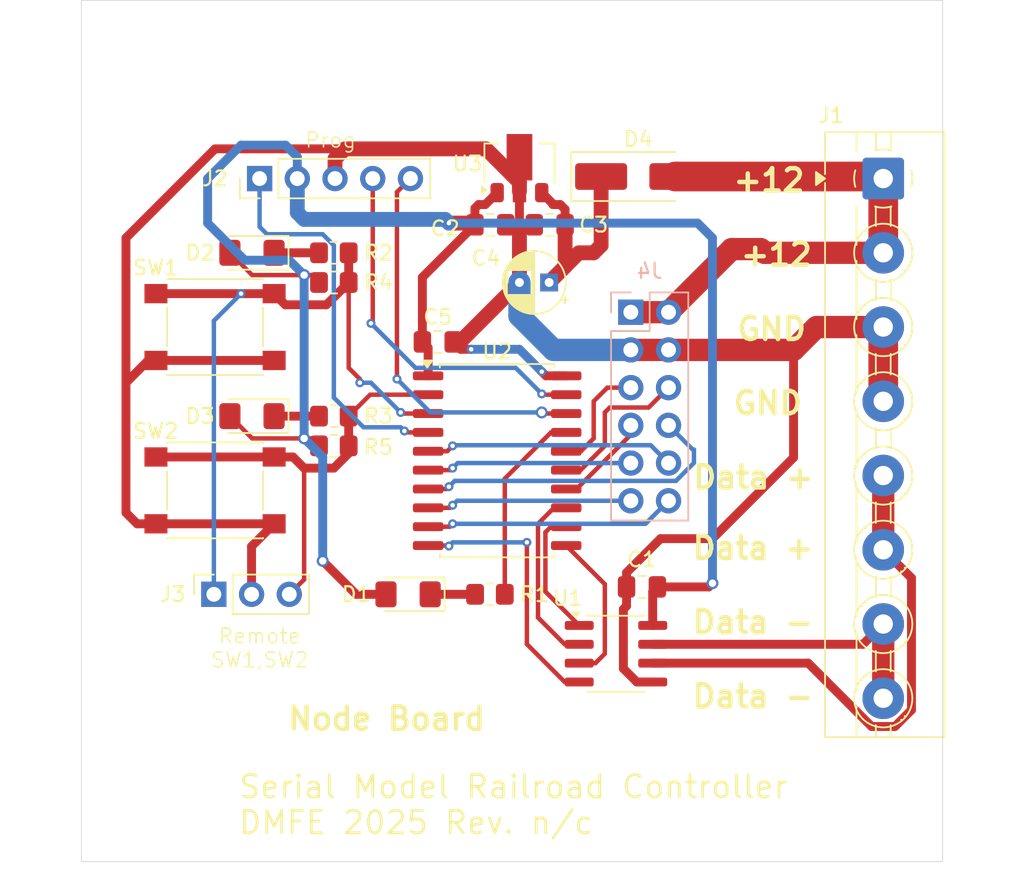
<source format=kicad_pcb>
(kicad_pcb (version 20241229) (generator "pcbnew") (generator_version "9.0")
  (title_block (title "Serial Model Railroad Control") (date "2025-03-23") (rev "n/c") (company "DMFE") (comment 1 "Remote Mother Board"))
  (layers (0 "F.Cu" signal) (2 "B.Cu" signal) (13 "F.Paste" user) (15 "B.Paste" user) (5 "F.SilkS" user "F.Silkscreen") (7 "B.SilkS" user "B.Silkscreen") (1 "F.Mask" user) (3 "B.Mask" user) (25 "Edge.Cuts" user))
  (net 0 "")
  (net 1 "+5V")
  (net 2 "GND")
  (net 3 "+12V")
  (net 4 "Net-(D1-K)")
  (net 5 "Net-(D2-K)")
  (net 6 "Net-(D3-K)")
  (net 7 "Net-(J1-Pin_7)")
  (net 8 "Net-(J1-Pin_5)")
  (net 9 "Net-(J2-Pin_5)")
  (net 10 "Net-(J2-Pin_1)")
  (net 11 "Net-(J2-Pin_4)")
  (net 12 "Net-(J3-Pin_1)")
  (net 13 "Net-(J3-Pin_3)")
  (net 14 "Net-(J4-Pin_9)")
  (net 15 "Net-(J4-Pin_11)")
  (net 16 "Net-(J4-Pin_12)")
  (net 17 "Net-(J4-Pin_7)")
  (net 18 "Net-(J4-Pin_10)")
  (net 19 "Net-(J4-Pin_8)")
  (net 20 "Net-(J4-Pin_6)")
  (net 21 "Net-(J4-Pin_5)")
  (net 22 "Net-(U2-RA2)")
  (net 23 "Net-(U1-DE)")
  (net 24 "Net-(U1-RO)")
  (net 25 "Net-(U1-DI)")
  (net 26 "Net-(U1-~{RE})")
  (net 27 "Net-(D4-K)")
  (footprint "Button_Switch_SMD:SW_SPST_PTS645" (layer "F.Cu") (at 132 71 180)
    (property "Reference" "SW2" (at 4 4 0) (layer "F.SilkS"))
    (property "Value" "SW_Push")
    (pad "1" smd rect (at -3.98 -2.25 180) (size 1.55 1.3) (layers "F.Cu" "F.Mask" "F.Paste") (net 2 "GND"))
    (pad "1" smd rect (at 3.98 -2.25 180) (size 1.55 1.3) (layers "F.Cu" "F.Mask" "F.Paste") (net 2 "GND"))
    (pad "2" smd rect (at -3.98 2.25 180) (size 1.55 1.3) (layers "F.Cu" "F.Mask" "F.Paste") (net 13 "Net-(J3-Pin_3)"))
    (pad "2" smd rect (at 3.98 2.25 180) (size 1.55 1.3) (layers "F.Cu" "F.Mask" "F.Paste") (net 13 "Net-(J3-Pin_3)"))
  )
  (footprint "Capacitor_SMD:C_0805_2012Metric_Pad1.18x1.45mm_HandSolder" (layer "F.Cu") (at 147 61)
    (property "Reference" "C5" (at 0 -1.68 0) (layer "F.SilkS"))
    (property "Value" "0.1uf")
    (pad "1" smd roundrect (at -1.0375 0) (size 1.175 1.45) (layers "F.Cu" "F.Mask" "F.Paste") (roundrect_rratio 0.212766) (net 1 "+5V"))
    (pad "2" smd roundrect (at 1.0375 0) (size 1.175 1.45) (layers "F.Cu" "F.Mask" "F.Paste") (roundrect_rratio 0.212766) (net 2 "GND"))
  )
  (footprint "Capacitor_SMD:C_0805_2012Metric_Pad1.18x1.45mm_HandSolder" (layer "F.Cu") (at 154.5375 53.1125 180)
    (property "Reference" "C3" (at -2.9625 0 0) (layer "F.SilkS"))
    (property "Value" "0.1uf")
    (pad "1" smd roundrect (at -1.0375 0 180) (size 1.175 1.45) (layers "F.Cu" "F.Mask" "F.Paste") (roundrect_rratio 0.212766) (net 27 "Net-(D4-K)"))
    (pad "2" smd roundrect (at 1.0375 0 180) (size 1.175 1.45) (layers "F.Cu" "F.Mask" "F.Paste") (roundrect_rratio 0.212766) (net 2 "GND"))
  )
  (footprint "Package_SO:SOIC-8_3.9x4.9mm_P1.27mm" (layer "F.Cu") (at 159 82)
    (property "Reference" "U1" (at -3.25 -3.75 0) (layer "F.SilkS"))
    (property "Value" "THVD1500")
    (pad "1" smd roundrect (at -2.475 -1.905) (size 1.95 0.6) (layers "F.Cu" "F.Mask" "F.Paste") (net 24 "Net-(U1-RO)"))
    (pad "2" smd roundrect (at -2.475 -0.635) (size 1.95 0.6) (layers "F.Cu" "F.Mask" "F.Paste") (net 26 "Net-(U1-~{RE})"))
    (pad "3" smd roundrect (at -2.475 0.635) (size 1.95 0.6) (layers "F.Cu" "F.Mask" "F.Paste") (net 23 "Net-(U1-DE)"))
    (pad "4" smd roundrect (at -2.475 1.905) (size 1.95 0.6) (layers "F.Cu" "F.Mask" "F.Paste") (net 25 "Net-(U1-DI)"))
    (pad "5" smd roundrect (at 2.475 1.905) (size 1.95 0.6) (layers "F.Cu" "F.Mask" "F.Paste") (net 2 "GND"))
    (pad "6" smd roundrect (at 2.475 0.635) (size 1.95 0.6) (layers "F.Cu" "F.Mask" "F.Paste") (net 8 "Net-(J1-Pin_5)"))
    (pad "7" smd roundrect (at 2.475 -0.635) (size 1.95 0.6) (layers "F.Cu" "F.Mask" "F.Paste") (net 7 "Net-(J1-Pin_7)"))
    (pad "8" smd roundrect (at 2.475 -1.905) (size 1.95 0.6) (layers "F.Cu" "F.Mask" "F.Paste") (net 1 "+5V"))
  )
  (footprint "Resistor_SMD:R_0805_2012Metric_Pad1.20x1.40mm_HandSolder" (layer "F.Cu") (at 150.5125 78)
    (property "Reference" "R1" (at 3 0 0) (layer "F.SilkS"))
    (property "Value" "1K0")
    (pad "1" smd roundrect (at -1 0) (size 1.2 1.4) (layers "F.Cu" "F.Mask" "F.Paste") (roundrect_rratio 0.208333) (net 4 "Net-(D1-K)"))
    (pad "2" smd roundrect (at 1 0) (size 1.2 1.4) (layers "F.Cu" "F.Mask" "F.Paste") (roundrect_rratio 0.208333) (net 22 "Net-(U2-RA2)"))
  )
  (footprint "Resistor_SMD:R_0805_2012Metric_Pad1.20x1.40mm_HandSolder" (layer "F.Cu") (at 140 55)
    (property "Reference" "R2" (at 3 0 0) (layer "F.SilkS"))
    (property "Value" "1K0")
    (pad "1" smd roundrect (at -1 0) (size 1.2 1.4) (layers "F.Cu" "F.Mask" "F.Paste") (roundrect_rratio 0.208333) (net 5 "Net-(D2-K)"))
    (pad "2" smd roundrect (at 1 0) (size 1.2 1.4) (layers "F.Cu" "F.Mask" "F.Paste") (roundrect_rratio 0.208333) (net 12 "Net-(J3-Pin_1)"))
  )
  (footprint "Button_Switch_SMD:SW_SPST_PTS645" (layer "F.Cu") (at 132 60 180)
    (property "Reference" "SW1" (at 4 4 0) (layer "F.SilkS"))
    (property "Value" "SW_Push")
    (pad "1" smd rect (at -3.98 -2.25 180) (size 1.55 1.3) (layers "F.Cu" "F.Mask" "F.Paste") (net 2 "GND"))
    (pad "1" smd rect (at 3.98 -2.25 180) (size 1.55 1.3) (layers "F.Cu" "F.Mask" "F.Paste") (net 2 "GND"))
    (pad "2" smd rect (at -3.98 2.25 180) (size 1.55 1.3) (layers "F.Cu" "F.Mask" "F.Paste") (net 12 "Net-(J3-Pin_1)"))
    (pad "2" smd rect (at 3.98 2.25 180) (size 1.55 1.3) (layers "F.Cu" "F.Mask" "F.Paste") (net 12 "Net-(J3-Pin_1)"))
  )
  (footprint "MountingHole:MountingHole_3.2mm_M3" (layer "F.Cu") (at 127 42)
    (property "Reference" "H4" (hide yes))
    (property "Value" "MountingHole_3.2mm_M3")
    (pad "" np_thru_hole circle (at 0 0) (size 3.2 3.2) (drill 3.2) (layers "*.Cu" "*.Mask"))
  )
  (footprint "Capacitor_SMD:C_0805_2012Metric_Pad1.18x1.45mm_HandSolder" (layer "F.Cu") (at 150.5375 53.1125)
    (property "Reference" "C2" (at -3.0375 0.25 0) (layer "F.SilkS"))
    (property "Value" "0.1uf")
    (pad "1" smd roundrect (at -1.0375 0) (size 1.175 1.45) (layers "F.Cu" "F.Mask" "F.Paste") (roundrect_rratio 0.212766) (net 1 "+5V"))
    (pad "2" smd roundrect (at 1.0375 0) (size 1.175 1.45) (layers "F.Cu" "F.Mask" "F.Paste") (roundrect_rratio 0.212766) (net 2 "GND"))
  )
  (footprint "Resistor_SMD:R_0805_2012Metric_Pad1.20x1.40mm_HandSolder" (layer "F.Cu") (at 140 66)
    (property "Reference" "R3" (at 3 -0.02 0) (layer "F.SilkS"))
    (property "Value" "1K0")
    (pad "1" smd roundrect (at -1 0) (size 1.2 1.4) (layers "F.Cu" "F.Mask" "F.Paste") (roundrect_rratio 0.208333) (net 6 "Net-(D3-K)"))
    (pad "2" smd roundrect (at 1 0) (size 1.2 1.4) (layers "F.Cu" "F.Mask" "F.Paste") (roundrect_rratio 0.208333) (net 13 "Net-(J3-Pin_3)"))
  )
  (footprint "Resistor_SMD:R_0805_2012Metric_Pad1.20x1.40mm_HandSolder" (layer "F.Cu") (at 140 68)
    (property "Reference" "R5" (at 3 0.08 0) (layer "F.SilkS"))
    (property "Value" "47K")
    (pad "1" smd roundrect (at -1 0) (size 1.2 1.4) (layers "F.Cu" "F.Mask" "F.Paste") (roundrect_rratio 0.208333) (net 1 "+5V"))
    (pad "2" smd roundrect (at 1 0) (size 1.2 1.4) (layers "F.Cu" "F.Mask" "F.Paste") (roundrect_rratio 0.208333) (net 13 "Net-(J3-Pin_3)"))
  )
  (footprint "Capacitor_SMD:C_0805_2012Metric_Pad1.18x1.45mm_HandSolder" (layer "F.Cu") (at 160.75 77.5 180)
    (property "Reference" "C1" (at 0.0125 1.845 0) (layer "F.SilkS"))
    (property "Value" "0.1uf")
    (pad "1" smd roundrect (at -1.0375 0 180) (size 1.175 1.45) (layers "F.Cu" "F.Mask" "F.Paste") (roundrect_rratio 0.212766) (net 1 "+5V"))
    (pad "2" smd roundrect (at 1.0375 0 180) (size 1.175 1.45) (layers "F.Cu" "F.Mask" "F.Paste") (roundrect_rratio 0.212766) (net 2 "GND"))
  )
  (footprint "Diode_SMD:D_1206_3216Metric_Pad1.42x1.75mm_HandSolder" (layer "F.Cu") (at 145 78 180)
    (property "Reference" "D1" (at 3.4875 0 0) (layer "F.SilkS"))
    (property "Value" "LED_Filled")
    (pad "1" smd roundrect (at -1.4875 0 180) (size 1.425 1.75) (layers "F.Cu" "F.Mask" "F.Paste") (roundrect_rratio 0.175439) (net 4 "Net-(D1-K)"))
    (pad "2" smd roundrect (at 1.4875 0 180) (size 1.425 1.75) (layers "F.Cu" "F.Mask" "F.Paste") (roundrect_rratio 0.175439) (net 1 "+5V"))
  )
  (footprint "TerminalBlock:TerminalBlock_MaiXu_MX126-5.0-08P_1x08_P5.00mm" (layer "F.Cu") (at 177 50 -90)
    (property "Reference" "J1" (at -4.25 3.5 180) (layer "F.SilkS"))
    (property "Value" "Conn_01x08_Socket")
    (pad "1" thru_hole roundrect (at 0 0 270) (size 2.8 2.8) (drill 1.3) (layers "*.Cu" "*.Mask") (roundrect_rratio 0.089286) (net 3 "+12V"))
    (pad "2" thru_hole circle (at 5 0 270) (size 2.8 2.8) (drill 1.3) (layers "*.Cu" "*.Mask") (net 3 "+12V"))
    (pad "3" thru_hole circle (at 10 0 270) (size 2.8 2.8) (drill 1.3) (layers "*.Cu" "*.Mask") (net 2 "GND"))
    (pad "4" thru_hole circle (at 15 0 270) (size 2.8 2.8) (drill 1.3) (layers "*.Cu" "*.Mask") (net 2 "GND"))
    (pad "5" thru_hole circle (at 20 0 270) (size 2.8 2.8) (drill 1.3) (layers "*.Cu" "*.Mask") (net 8 "Net-(J1-Pin_5)"))
    (pad "6" thru_hole circle (at 25 0 270) (size 2.8 2.8) (drill 1.3) (layers "*.Cu" "*.Mask") (net 8 "Net-(J1-Pin_5)"))
    (pad "7" thru_hole circle (at 30 0 270) (size 2.8 2.8) (drill 1.3) (layers "*.Cu" "*.Mask") (net 7 "Net-(J1-Pin_7)"))
    (pad "8" thru_hole circle (at 35 0 270) (size 2.8 2.8) (drill 1.3) (layers "*.Cu" "*.Mask") (net 7 "Net-(J1-Pin_7)"))
  )
  (footprint "Connector_PinHeader_2.54mm:PinHeader_1x05_P2.54mm_Vertical" (layer "F.Cu") (at 135 50 90)
    (property "Reference" "J2" (at 0 -3 180) (layer "F.SilkS"))
    (property "Value" "Conn_01x05")
    (pad "1" thru_hole rect (at 0 0 90) (size 1.7 1.7) (drill 1) (layers "*.Cu" "*.Mask") (net 10 "Net-(J2-Pin_1)"))
    (pad "2" thru_hole oval (at 0 2.54 90) (size 1.7 1.7) (drill 1) (layers "*.Cu" "*.Mask") (net 1 "+5V"))
    (pad "3" thru_hole oval (at 0 5.08 90) (size 1.7 1.7) (drill 1) (layers "*.Cu" "*.Mask") (net 2 "GND"))
    (pad "4" thru_hole oval (at 0 7.62 90) (size 1.7 1.7) (drill 1) (layers "*.Cu" "*.Mask") (net 11 "Net-(J2-Pin_4)"))
    (pad "5" thru_hole oval (at 0 10.16 90) (size 1.7 1.7) (drill 1) (layers "*.Cu" "*.Mask") (net 9 "Net-(J2-Pin_5)"))
  )
  (footprint "Diode_SMD:D_SMA_Handsoldering" (layer "F.Cu") (at 160.5 49.8625)
    (property "Reference" "D4" (at 0 -2.5 0) (layer "F.SilkS"))
    (property "Value" "SMA")
    (pad "1" smd roundrect (at -2.5 0) (size 3.5 1.8) (layers "F.Cu" "F.Mask" "F.Paste") (roundrect_rratio 0.1388888889) (net 27 "Net-(D4-K)"))
    (pad "2" smd roundrect (at 2.5 0) (size 3.5 1.8) (layers "F.Cu" "F.Mask" "F.Paste") (roundrect_rratio 0.1388888889) (net 3 "+12V"))
  )
  (footprint "Capacitor_THT:CP_Radial_D4.0mm_P2.00mm" (layer "F.Cu") (at 154.5 57 180)
    (property "Reference" "C4" (at 4.25 1.6375 0) (layer "F.SilkS"))
    (property "Value" "10uf")
    (pad "1" thru_hole rect (at 0 0 180) (size 1.2 1.2) (drill 0.6) (layers "*.Cu" "*.Mask") (net 27 "Net-(D4-K)"))
    (pad "2" thru_hole circle (at 2 0 180) (size 1.2 1.2) (drill 0.6) (layers "*.Cu" "*.Mask") (net 2 "GND"))
  )
  (footprint "MountingHole:MountingHole_3.2mm_M3" (layer "F.Cu") (at 177 42)
    (property "Reference" "H1" (hide yes))
    (property "Value" "MountingHole_3.2mm_M3")
    (pad "" np_thru_hole circle (at 0 0) (size 3.2 3.2) (drill 3.2) (layers "*.Cu" "*.Mask"))
  )
  (footprint "Connector_PinSocket_2.54mm:PinSocket_1x03_P2.54mm_Vertical" (layer "F.Cu") (at 131.92 78 90)
    (property "Reference" "J3" (at 0 -2.77 0) (layer "F.SilkS"))
    (property "Value" "Conn_01x03")
    (pad "1" thru_hole rect (at 0 0 90) (size 1.7 1.7) (drill 1) (layers "*.Cu" "*.Mask") (net 12 "Net-(J3-Pin_1)"))
    (pad "2" thru_hole oval (at 0 2.54 90) (size 1.7 1.7) (drill 1) (layers "*.Cu" "*.Mask") (net 2 "GND"))
    (pad "3" thru_hole oval (at 0 5.08 90) (size 1.7 1.7) (drill 1) (layers "*.Cu" "*.Mask") (net 13 "Net-(J3-Pin_3)"))
  )
  (footprint "Package_TO_SOT_SMD:SOT-89-3" (layer "F.Cu") (at 152.5 49 90)
    (property "Reference" "U3" (at 0 -3.5 180) (layer "F.SilkS"))
    (property "Value" "L78L05_SOT89")
    (pad "1" smd roundrect (at -1.95 -1.5 90) (size 1.3 0.9) (layers "F.Cu" "F.Mask" "F.Paste") (net 1 "+5V"))
    (pad "2" smd custom (at -1.8625 0 90) (size 1.475 0.9) (layers "F.Cu" "F.Mask" "F.Paste") (net 2 "GND") (options (clearance outline) (anchor rect)) (primitives (gr_poly (pts (xy 3.8625 0.8665) (xy 0.7375 0.8665) (xy 0.7375 -0.8665) (xy 3.8625 -0.8665)) (width 0) (fill yes))))
    (pad "3" smd roundrect (at -1.95 1.5 90) (size 1.3 0.9) (layers "F.Cu" "F.Mask" "F.Paste") (net 27 "Net-(D4-K)"))
  )
  (footprint "Diode_SMD:D_1206_3216Metric_Pad1.42x1.75mm_HandSolder" (layer "F.Cu") (at 134.4875 66 180)
    (property "Reference" "D3" (at 3.4875 0 0) (layer "F.SilkS"))
    (property "Value" "LED_Filled")
    (pad "1" smd roundrect (at -1.4875 0 180) (size 1.425 1.75) (layers "F.Cu" "F.Mask" "F.Paste") (roundrect_rratio 0.175439) (net 6 "Net-(D3-K)"))
    (pad "2" smd roundrect (at 1.4875 0 180) (size 1.425 1.75) (layers "F.Cu" "F.Mask" "F.Paste") (roundrect_rratio 0.175439) (net 1 "+5V"))
  )
  (footprint "Resistor_SMD:R_0805_2012Metric_Pad1.20x1.40mm_HandSolder" (layer "F.Cu") (at 140 57)
    (property "Reference" "R4" (at 3 0 0) (layer "F.SilkS"))
    (property "Value" "47K")
    (pad "1" smd roundrect (at -1 0) (size 1.2 1.4) (layers "F.Cu" "F.Mask" "F.Paste") (roundrect_rratio 0.208333) (net 1 "+5V"))
    (pad "2" smd roundrect (at 1 0) (size 1.2 1.4) (layers "F.Cu" "F.Mask" "F.Paste") (roundrect_rratio 0.208333) (net 12 "Net-(J3-Pin_1)"))
  )
  (footprint "Diode_SMD:D_1206_3216Metric_Pad1.42x1.75mm_HandSolder" (layer "F.Cu") (at 134.4875 55 180)
    (property "Reference" "D2" (at 3.4875 0 0) (layer "F.SilkS"))
    (property "Value" "LED_Filled")
    (pad "1" smd roundrect (at -1.4875 0 180) (size 1.425 1.75) (layers "F.Cu" "F.Mask" "F.Paste") (roundrect_rratio 0.175439) (net 5 "Net-(D2-K)"))
    (pad "2" smd roundrect (at 1.4875 0 180) (size 1.425 1.75) (layers "F.Cu" "F.Mask" "F.Paste") (roundrect_rratio 0.175439) (net 1 "+5V"))
  )
  (footprint "MountingHole:MountingHole_3.2mm_M3" (layer "F.Cu") (at 177 92)
    (property "Reference" "H2" (hide yes))
    (property "Value" "MountingHole_3.2mm_M3")
    (pad "" np_thru_hole circle (at 0 0) (size 3.2 3.2) (drill 3.2) (layers "*.Cu" "*.Mask"))
  )
  (footprint "MountingHole:MountingHole_3.2mm_M3" (layer "F.Cu") (at 127 92)
    (property "Reference" "H3" (hide yes))
    (property "Value" "MountingHole_3.2mm_M3")
    (pad "" np_thru_hole circle (at 0 0) (size 3.2 3.2) (drill 3.2) (layers "*.Cu" "*.Mask"))
  )
  (footprint "Package_SO:SOIC-20W_7.5x12.8mm_P1.27mm" (layer "F.Cu") (at 151 69)
    (property "Reference" "U2" (at 0 -7.35 0) (layer "F.SilkS"))
    (property "Value" "PIC16F15345-I/SO")
    (pad "1" smd roundrect (at -4.65 -5.715) (size 2.05 0.6) (layers "F.Cu" "F.Mask" "F.Paste") (net 1 "+5V"))
    (pad "2" smd roundrect (at -4.65 -4.445) (size 2.05 0.6) (layers "F.Cu" "F.Mask" "F.Paste") (net 13 "Net-(J3-Pin_3)"))
    (pad "3" smd roundrect (at -4.65 -3.175) (size 2.05 0.6) (layers "F.Cu" "F.Mask" "F.Paste") (net 12 "Net-(J3-Pin_1)"))
    (pad "4" smd roundrect (at -4.65 -1.905) (size 2.05 0.6) (layers "F.Cu" "F.Mask" "F.Paste") (net 10 "Net-(J2-Pin_1)"))
    (pad "5" smd roundrect (at -4.65 -0.635) (size 2.05 0.6) (layers "F.Cu" "F.Mask" "F.Paste") (net 18 "Net-(J4-Pin_10)"))
    (pad "6" smd roundrect (at -4.65 0.635) (size 2.05 0.6) (layers "F.Cu" "F.Mask" "F.Paste") (net 14 "Net-(J4-Pin_9)"))
    (pad "7" smd roundrect (at -4.65 1.905) (size 2.05 0.6) (layers "F.Cu" "F.Mask" "F.Paste") (net 19 "Net-(J4-Pin_8)"))
    (pad "8" smd roundrect (at -4.65 3.175) (size 2.05 0.6) (layers "F.Cu" "F.Mask" "F.Paste") (net 15 "Net-(J4-Pin_11)"))
    (pad "9" smd roundrect (at -4.65 4.445) (size 2.05 0.6) (layers "F.Cu" "F.Mask" "F.Paste") (net 16 "Net-(J4-Pin_12)"))
    (pad "10" smd roundrect (at -4.65 5.715) (size 2.05 0.6) (layers "F.Cu" "F.Mask" "F.Paste") (net 25 "Net-(U1-DI)"))
    (pad "11" smd roundrect (at 4.65 5.715) (size 2.05 0.6) (layers "F.Cu" "F.Mask" "F.Paste") (net 23 "Net-(U1-DE)"))
    (pad "12" smd roundrect (at 4.65 4.445) (size 2.05 0.6) (layers "F.Cu" "F.Mask" "F.Paste") (net 24 "Net-(U1-RO)"))
    (pad "13" smd roundrect (at 4.65 3.175) (size 2.05 0.6) (layers "F.Cu" "F.Mask" "F.Paste") (net 26 "Net-(U1-~{RE})"))
    (pad "14" smd roundrect (at 4.65 1.905) (size 2.05 0.6) (layers "F.Cu" "F.Mask" "F.Paste") (net 17 "Net-(J4-Pin_7)"))
    (pad "15" smd roundrect (at 4.65 0.635) (size 2.05 0.6) (layers "F.Cu" "F.Mask" "F.Paste") (net 20 "Net-(J4-Pin_6)"))
    (pad "16" smd roundrect (at 4.65 -0.635) (size 2.05 0.6) (layers "F.Cu" "F.Mask" "F.Paste") (net 21 "Net-(J4-Pin_5)"))
    (pad "17" smd roundrect (at 4.65 -1.905) (size 2.05 0.6) (layers "F.Cu" "F.Mask" "F.Paste") (net 22 "Net-(U2-RA2)"))
    (pad "18" smd roundrect (at 4.65 -3.175) (size 2.05 0.6) (layers "F.Cu" "F.Mask" "F.Paste") (net 9 "Net-(J2-Pin_5)"))
    (pad "19" smd roundrect (at 4.65 -4.445) (size 2.05 0.6) (layers "F.Cu" "F.Mask" "F.Paste") (net 11 "Net-(J2-Pin_4)"))
    (pad "20" smd roundrect (at 4.65 -5.715) (size 2.05 0.6) (layers "F.Cu" "F.Mask" "F.Paste") (net 2 "GND"))
  )
  (footprint "Connector_PinSocket_2.54mm:PinSocket_2x06_P2.54mm_Vertical" (layer "B.Cu") (at 160 59 180)
    (property "Reference" "J4" (at -1.27 2.77 0) (layer "B.SilkS") (effects (justify mirror)))
    (property "Value" "Conn_02x06_Odd_Even")
    (pad "1" thru_hole rect (at 0 0 180) (size 1.7 1.7) (drill 1) (layers "*.Cu" "*.Mask") (net 3 "+12V"))
    (pad "2" thru_hole oval (at -2.54 0 180) (size 1.7 1.7) (drill 1) (layers "*.Cu" "*.Mask") (net 3 "+12V"))
    (pad "3" thru_hole oval (at 0 -2.54 180) (size 1.7 1.7) (drill 1) (layers "*.Cu" "*.Mask") (net 2 "GND"))
    (pad "4" thru_hole oval (at -2.54 -2.54 180) (size 1.7 1.7) (drill 1) (layers "*.Cu" "*.Mask") (net 2 "GND"))
    (pad "5" thru_hole oval (at 0 -5.08 180) (size 1.7 1.7) (drill 1) (layers "*.Cu" "*.Mask") (net 21 "Net-(J4-Pin_5)"))
    (pad "6" thru_hole oval (at -2.54 -5.08 180) (size 1.7 1.7) (drill 1) (layers "*.Cu" "*.Mask") (net 20 "Net-(J4-Pin_6)"))
    (pad "7" thru_hole oval (at 0 -7.62 180) (size 1.7 1.7) (drill 1) (layers "*.Cu" "*.Mask") (net 17 "Net-(J4-Pin_7)"))
    (pad "8" thru_hole oval (at -2.54 -7.62 180) (size 1.7 1.7) (drill 1) (layers "*.Cu" "*.Mask") (net 19 "Net-(J4-Pin_8)"))
    (pad "9" thru_hole oval (at 0 -10.16 180) (size 1.7 1.7) (drill 1) (layers "*.Cu" "*.Mask") (net 14 "Net-(J4-Pin_9)"))
    (pad "10" thru_hole oval (at -2.54 -10.16 180) (size 1.7 1.7) (drill 1) (layers "*.Cu" "*.Mask") (net 18 "Net-(J4-Pin_10)"))
    (pad "11" thru_hole oval (at 0 -12.7 180) (size 1.7 1.7) (drill 1) (layers "*.Cu" "*.Mask") (net 15 "Net-(J4-Pin_11)"))
    (pad "12" thru_hole oval (at -2.54 -12.7 180) (size 1.7 1.7) (drill 1) (layers "*.Cu" "*.Mask") (net 16 "Net-(J4-Pin_12)"))
  )
  (gr_rect (start 123 38) (end 181 96) (stroke (width 0.05)) (fill no) (layer "Edge.Cuts"))
  (gr_text "+12" (at 167.25 56 0) (layer "F.SilkS") (effects (font (size 1.5 1.5) (thickness 0.3) (bold yes)) (justify left bottom)))
  (gr_text "Data +" (at 164 75.75 0) (layer "F.SilkS") (effects (font (size 1.5 1.5) (thickness 0.3) (bold yes)) (justify left bottom)))
  (gr_text "+12" (at 166.75 51 0) (layer "F.SilkS") (effects (font (size 1.5 1.5) (thickness 0.3) (bold yes)) (justify left bottom)))
  (gr_text "Prog" (at 138 48 0) (layer "F.SilkS") (effects (font (size 1 1) (thickness 0.1)) (justify left bottom)))
  (gr_text "Data -" (at 164 80.75 0) (layer "F.SilkS") (effects (font (size 1.5 1.5) (thickness 0.3) (bold yes)) (justify left bottom)))
  (gr_text "GND" (at 166.75 66 0) (layer "F.SilkS") (effects (font (size 1.5 1.5) (thickness 0.3) (bold yes)) (justify left bottom)))
  (gr_text "Data +" (at 164.0375 71 0) (layer "F.SilkS") (effects (font (size 1.5 1.5) (thickness 0.3) (bold yes)) (justify left bottom)))
  (gr_text "Serial Model Railroad Controller\nDMFE 2025 Rev. n/c" (at 133.5 94.25 0) (layer "F.SilkS") (effects (font (size 1.5 1.5) (thickness 0.1875)) (justify left bottom)))
  (gr_text "Node Board" (at 136.75 87.25 0) (layer "F.SilkS") (effects (font (size 1.5 1.5) (thickness 0.3) (bold yes)) (justify left bottom)))
  (gr_text "GND" (at 167 61 0) (layer "F.SilkS") (effects (font (size 1.5 1.5) (thickness 0.3) (bold yes)) (justify left bottom)))
  (gr_text "Data -" (at 164 85.75 0) (layer "F.SilkS") (effects (font (size 1.5 1.5) (thickness 0.3) (bold yes)) (justify left bottom)))
  (gr_text "Remote\nSW1,SW2" (at 135 83 0) (layer "F.SilkS") (effects (font (size 1 1) (thickness 0.1)) (justify bottom)))
  (segment (start 143.5125 78) (end 141.5 78) (width 0.6) (layer "F.Cu") (net 1))
  (segment (start 145.9625 56.65) (end 149.5 53.1125) (width 0.6) (layer "F.Cu") (net 1))
  (segment (start 138.5 67.5) (end 139 68) (width 0.3) (layer "F.Cu") (net 1))
  (segment (start 165.25 77.5) (end 165.5 77.25) (width 0.6) (layer "F.Cu") (net 1))
  (segment (start 149.5 52) (end 149.5 53.1125) (width 0.6) (layer "F.Cu") (net 1))
  (segment (start 134.5 67.5) (end 138 67.5) (width 0.3) (layer "F.Cu") (net 1))
  (segment (start 147.75 53) (end 149.3875 53) (width 1) (layer "F.Cu") (net 1))
  (segment (start 150.2 51.75) (end 149.75 51.75) (width 0.6) (layer "F.Cu") (net 1))
  (segment (start 161.475 77.8125) (end 161.7875 77.5) (width 0.6) (layer "F.Cu") (net 1))
  (segment (start 133 66) (end 134.5 67.5) (width 0.3) (layer "F.Cu") (net 1))
  (segment (start 149.3875 53) (end 149.5 53.1125) (width 1) (layer "F.Cu") (net 1))
  (segment (start 145.9625 61) (end 145.9625 56.65) (width 0.6) (layer "F.Cu") (net 1))
  (segment (start 138 67.5) (end 138.5 67.5) (width 0.3) (layer "F.Cu") (net 1))
  (segment (start 149.75 51.75) (end 149.5 52) (width 0.6) (layer "F.Cu") (net 1))
  (segment (start 146.35 63.285) (end 146.35 61.3875) (width 0.6) (layer "F.Cu") (net 1))
  (segment (start 138 56.5) (end 138.5 56.5) (width 0.3) (layer "F.Cu") (net 1))
  (segment (start 133 55) (end 134.5 56.5) (width 0.3) (layer "F.Cu") (net 1))
  (segment (start 161.7875 77.5) (end 165.25 77.5) (width 0.6) (layer "F.Cu") (net 1))
  (segment (start 141.5 78) (end 139.25 75.75) (width 0.6) (layer "F.Cu") (net 1))
  (segment (start 151 50.95) (end 150.2 51.75) (width 0.6) (layer "F.Cu") (net 1))
  (segment (start 146.35 61.3875) (end 145.9625 61) (width 0.6) (layer "F.Cu") (net 1))
  (segment (start 134.5 56.5) (end 138 56.5) (width 0.3) (layer "F.Cu") (net 1))
  (segment (start 161.475 80.095) (end 161.475 77.8125) (width 0.6) (layer "F.Cu") (net 1))
  (segment (start 138.5 56.5) (end 139 57) (width 0.3) (layer "F.Cu") (net 1))
  (via (at 138 67.5) (size 0.8) (drill 0.5) (layers "F.Cu" "B.Cu") (net 1))
  (via (at 138 56.5) (size 0.8) (drill 0.5) (layers "F.Cu" "B.Cu") (net 1))
  (via (at 147.75 53) (size 0.6) (drill 0.3) (layers "F.Cu" "B.Cu") (net 1))
  (via (at 139.25 75.75) (size 0.8) (drill 0.5) (layers "F.Cu" "B.Cu") (net 1))
  (via (at 165.5 77.25) (size 0.8) (drill 0.5) (layers "F.Cu" "B.Cu") (net 1))
  (segment (start 131.5 53) (end 131.5 50) (width 0.6) (layer "B.Cu") (net 1))
  (segment (start 137.54 50) (end 137.54 52.29) (width 1) (layer "B.Cu") (net 1))
  (segment (start 139.25 75.75) (end 139.25 68.75) (width 0.6) (layer "B.Cu") (net 1))
  (segment (start 137.54 48.54) (end 137.54 50) (width 0.6) (layer "B.Cu") (net 1))
  (segment (start 138 56.5) (end 137 55.5) (width 0.6) (layer "B.Cu") (net 1))
  (segment (start 165.5 54) (end 164.5 53) (width 0.6) (layer "B.Cu") (net 1))
  (segment (start 137.54 52.29) (end 138 52.75) (width 1) (layer "B.Cu") (net 1))
  (segment (start 136.75 47.75) (end 137.54 48.54) (width 0.6) (layer "B.Cu") (net 1))
  (segment (start 134 55.5) (end 131.5 53) (width 0.6) (layer "B.Cu") (net 1))
  (segment (start 137 55.5) (end 134 55.5) (width 0.6) (layer "B.Cu") (net 1))
  (segment (start 138 52.75) (end 147.5 52.75) (width 1) (layer "B.Cu") (net 1))
  (segment (start 139.25 68.75) (end 138 67.5) (width 0.6) (layer "B.Cu") (net 1))
  (segment (start 165.5 77.25) (end 165.5 54) (width 0.6) (layer "B.Cu") (net 1))
  (segment (start 147.5 52.75) (end 147.75 53) (width 1) (layer "B.Cu") (net 1))
  (segment (start 133.75 47.75) (end 136.75 47.75) (width 0.6) (layer "B.Cu") (net 1))
  (segment (start 138 67.5) (end 138 56.5) (width 0.6) (layer "B.Cu") (net 1))
  (segment (start 131.5 50) (end 133.75 47.75) (width 0.6) (layer "B.Cu") (net 1))
  (segment (start 164.5 53) (end 147.75 53) (width 0.6) (layer "B.Cu") (net 1))
  (segment (start 152.5 50.8625) (end 152.5 53.1125) (width 0.6) (layer "F.Cu") (net 2))
  (segment (start 177 60) (end 177 65) (width 2) (layer "F.Cu") (net 2))
  (segment (start 134.46 74.77) (end 135.98 73.25) (width 0.6) (layer "F.Cu") (net 2))
  (segment (start 162 74.25) (end 165.5 74.25) (width 0.6) (layer "F.Cu") (net 2))
  (segment (start 132 48) (end 140.75 48) (width 0.6) (layer "F.Cu") (net 2))
  (segment (start 165.5 74.25) (end 170.96 68.79) (width 0.6) (layer "F.Cu") (net 2))
  (segment (start 170.96 61.54) (end 172.5 60) (width 1.5) (layer "F.Cu") (net 2))
  (segment (start 152.5 50.25) (end 152.5 50.8625) (width 1) (layer "F.Cu") (net 2))
  (segment (start 128.02 62.25) (end 135.98 62.25) (width 0.6) (layer "F.Cu") (net 2))
  (segment (start 159.7125 77.5) (end 159.7125 76.5375) (width 0.6) (layer "F.Cu") (net 2))
  (segment (start 128.02 62.25) (end 127.5 62.25) (width 0.6) (layer "F.Cu") (net 2))
  (segment (start 151.575 53.1125) (end 152.5 53.1125) (width 0.6) (layer "F.Cu") (net 2))
  (segment (start 152.5 57) (end 152.5 53.1125) (width 1) (layer "F.Cu") (net 2))
  (segment (start 155.65 63.285) (end 154.285 63.285) (width 0.6) (layer "F.Cu") (net 2))
  (segment (start 159.5 83) (end 159.5 79) (width 0.6) (layer "F.Cu") (net 2))
  (segment (start 148.5 61) (end 152.5 57) (width 1) (layer "F.Cu") (net 2))
  (segment (start 161.475 83.905) (end 160.405 83.905) (width 0.6) (layer "F.Cu") (net 2))
  (segment (start 160.405 83.905) (end 159.5 83) (width 0.6) (layer "F.Cu") (net 2))
  (segment (start 160 61.54) (end 162.54 61.54) (width 1.5) (layer "F.Cu") (net 2))
  (segment (start 140.08 48.67) (end 140.75 48) (width 1) (layer "F.Cu") (net 2))
  (segment (start 126 54) (end 132 48) (width 0.6) (layer "F.Cu") (net 2))
  (segment (start 126 63.75) (end 126 54) (width 0.6) (layer "F.Cu") (net 2))
  (segment (start 159.7125 78.7875) (end 159.7125 77.5) (width 0.6) (layer "F.Cu") (net 2))
  (segment (start 172.5 60) (end 177 60) (width 1.5) (layer "F.Cu") (net 2))
  (segment (start 126 63.75) (end 126 72.5) (width 0.6) (layer "F.Cu") (net 2))
  (segment (start 148.0375 61) (end 148.5 61) (width 1) (layer "F.Cu") (net 2))
  (segment (start 134.46 78) (end 134.46 74.77) (width 0.6) (layer "F.Cu") (net 2))
  (segment (start 152.5 53.1125) (end 153.5 53.1125) (width 0.6) (layer "F.Cu") (net 2))
  (segment (start 150.25 48) (end 152.5 50.25) (width 1) (layer "F.Cu") (net 2))
  (segment (start 128.02 73.25) (end 135.98 73.25) (width 0.6) (layer "F.Cu") (net 2))
  (segment (start 140.08 50) (end 140.08 48.67) (width 1) (layer "F.Cu") (net 2))
  (segment (start 159.5 79) (end 159.7125 78.7875) (width 0.6) (layer "F.Cu") (net 2))
  (segment (start 127.5 62.25) (end 126 63.75) (width 0.6) (layer "F.Cu") (net 2))
  (segment (start 162.54 61.54) (end 170.96 61.54) (width 1.5) (layer "F.Cu") (net 2))
  (segment (start 148.5375 61.5) (end 148.0375 61) (width 0.6) (layer "F.Cu") (net 2))
  (segment (start 170.96 68.79) (end 170.96 61.54) (width 0.6) (layer "F.Cu") (net 2))
  (segment (start 140.75 48) (end 150.25 48) (width 1) (layer "F.Cu") (net 2))
  (segment (start 126.75 73.25) (end 128.02 73.25) (width 0.6) (layer "F.Cu") (net 2))
  (segment (start 126 72.5) (end 126.75 73.25) (width 0.6) (layer "F.Cu") (net 2))
  (segment (start 154.285 63.285) (end 154 63) (width 0.6) (layer "F.Cu") (net 2))
  (segment (start 159.7125 76.5375) (end 162 74.25) (width 0.6) (layer "F.Cu") (net 2))
  (segment (start 149.25 61.5) (end 148.5375 61.5) (width 0.6) (layer "F.Cu") (net 2))
  (via (at 154 63) (size 0.6) (drill 0.3) (layers "F.Cu" "B.Cu") (net 2))
  (via (at 149.25 61.5) (size 0.6) (drill 0.3) (layers "F.Cu" "B.Cu") (net 2))
  (segment (start 152.5 61.5) (end 149.25 61.5) (width 0.6) (layer "B.Cu") (net 2))
  (segment (start 152.5 57) (end 152.5 59.25) (width 1.5) (layer "B.Cu") (net 2))
  (segment (start 160 61.54) (end 154.79 61.54) (width 1.5) (layer "B.Cu") (net 2))
  (segment (start 154.79 61.54) (end 152.5 59.25) (width 1.5) (layer "B.Cu") (net 2))
  (segment (start 154 63) (end 152.5 61.5) (width 0.6) (layer "B.Cu") (net 2))
  (segment (start 177 50) (end 177 55) (width 2) (layer "F.Cu") (net 3))
  (segment (start 160 59) (end 162.54 59) (width 1.5) (layer "F.Cu") (net 3))
  (segment (start 168.75 54.75) (end 169 55) (width 1.5) (layer "F.Cu") (net 3))
  (segment (start 163 49.8625) (end 176.8625 49.8625) (width 2) (layer "F.Cu") (net 3))
  (segment (start 162.54 59) (end 166.79 54.75) (width 1.5) (layer "F.Cu") (net 3))
  (segment (start 176.8625 49.8625) (end 177 50) (width 2) (layer "F.Cu") (net 3))
  (segment (start 166.79 54.75) (end 168.75 54.75) (width 1.5) (layer "F.Cu") (net 3))
  (segment (start 169 55) (end 177 55) (width 1.5) (layer "F.Cu") (net 3))
  (segment (start 149.5125 78) (end 146.4875 78) (width 0.6) (layer "F.Cu") (net 4))
  (segment (start 139 55) (end 135.975 55) (width 0.6) (layer "F.Cu") (net 5))
  (segment (start 135.975 66) (end 139 66) (width 0.6) (layer "F.Cu") (net 6))
  (segment (start 161.475 81.365) (end 175.635 81.365) (width 0.6) (layer "F.Cu") (net 7))
  (segment (start 175.635 81.365) (end 177 80) (width 0.6) (layer "F.Cu") (net 7))
  (segment (start 177 85) (end 177 80) (width 1.5) (layer "F.Cu") (net 7))
  (segment (start 178.901 85.78742) (end 178.901 76.901) (width 0.6) (layer "F.Cu") (net 8))
  (segment (start 178.901 76.901) (end 177 75) (width 0.6) (layer "F.Cu") (net 8))
  (segment (start 161.475 82.635) (end 171.94658 82.635) (width 0.6) (layer "F.Cu") (net 8))
  (segment (start 171.94658 82.635) (end 176.21258 86.901) (width 0.6) (layer "F.Cu") (net 8))
  (segment (start 176.21258 86.901) (end 177.78742 86.901) (width 0.6) (layer "F.Cu") (net 8))
  (segment (start 177 75) (end 177 70) (width 1.5) (layer "F.Cu") (net 8))
  (segment (start 177.78742 86.901) (end 178.901 85.78742) (width 0.6) (layer "F.Cu") (net 8))
  (segment (start 155.65 65.825) (end 154.075 65.825) (width 0.3) (layer "F.Cu") (net 9))
  (segment (start 144.25 50.91) (end 145.16 50) (width 0.3) (layer "F.Cu") (net 9))
  (segment (start 154.075 65.825) (end 154 65.75) (width 0.3) (layer "F.Cu") (net 9))
  (segment (start 144.25 63.5) (end 144.25 50.91) (width 0.3) (layer "F.Cu") (net 9))
  (via (at 144.25 63.5) (size 0.6) (drill 0.3) (layers "F.Cu" "B.Cu") (net 9))
  (via (at 154 65.75) (size 0.8) (drill 0.5) (layers "F.Cu" "B.Cu") (net 9))
  (segment (start 154 65.75) (end 146.5 65.75) (width 0.3) (layer "B.Cu") (net 9))
  (segment (start 146.5 65.75) (end 144.25 63.5) (width 0.3) (layer "B.Cu") (net 9))
  (segment (start 144.845 67.095) (end 144.75 67) (width 0.3) (layer "F.Cu") (net 10))
  (segment (start 146.35 67.095) (end 144.845 67.095) (width 0.3) (layer "F.Cu") (net 10))
  (via (at 144.75 67) (size 0.6) (drill 0.3) (layers "F.Cu" "B.Cu") (net 10))
  (segment (start 140 64.75) (end 140 54.5) (width 0.3) (layer "B.Cu") (net 10))
  (segment (start 140 54.5) (end 139.25 53.75) (width 0.3) (layer "B.Cu") (net 10))
  (segment (start 142 66.75) (end 140 64.75) (width 0.3) (layer "B.Cu") (net 10))
  (segment (start 142 66.75) (end 144.5 66.75) (width 0.3) (layer "B.Cu") (net 10))
  (segment (start 135.5 53.75) (end 135 53.25) (width 0.3) (layer "B.Cu") (net 10))
  (segment (start 139.25 53.75) (end 135.5 53.75) (width 0.3) (layer "B.Cu") (net 10))
  (segment (start 144.5 66.75) (end 144.75 67) (width 0.3) (layer "B.Cu") (net 10))
  (segment (start 135 50) (end 135 53.25) (width 0.3) (layer "B.Cu") (net 10))
  (segment (start 142.62 59.63) (end 142.62 50) (width 0.3) (layer "F.Cu") (net 11))
  (segment (start 155.65 64.555) (end 154.055 64.555) (width 0.3) (layer "F.Cu") (net 11))
  (segment (start 142.5 59.75) (end 142.62 59.63) (width 0.3) (layer "F.Cu") (net 11))
  (segment (start 154.055 64.555) (end 154 64.5) (width 0.3) (layer "F.Cu") (net 11))
  (via (at 154 64.5) (size 0.6) (drill 0.3) (layers "F.Cu" "B.Cu") (net 11))
  (via (at 142.5 59.75) (size 0.6) (drill 0.3) (layers "F.Cu" "B.Cu") (net 11))
  (segment (start 147.5 62.75) (end 145.5 62.75) (width 0.3) (layer "B.Cu") (net 11))
  (segment (start 152.25 62.75) (end 147.5 62.75) (width 0.3) (layer "B.Cu") (net 11))
  (segment (start 154 64.5) (end 152.25 62.75) (width 0.3) (layer "B.Cu") (net 11))
  (segment (start 145.5 62.75) (end 142.5 59.75) (width 0.3) (layer "B.Cu") (net 11))
  (segment (start 133.75 57.75) (end 128.02 57.75) (width 0.6) (layer "F.Cu") (net 12))
  (segment (start 144.575 65.825) (end 144.5 65.75) (width 0.3) (layer "F.Cu") (net 12))
  (segment (start 141.75 63.5) (end 141 62.75) (width 0.3) (layer "F.Cu") (net 12))
  (segment (start 136.73 58.5) (end 139.5 58.5) (width 0.6) (layer "F.Cu") (net 12))
  (segment (start 135.98 57.75) (end 136.73 58.5) (width 0.6) (layer "F.Cu") (net 12))
  (segment (start 146.35 65.825) (end 144.575 65.825) (width 0.3) (layer "F.Cu") (net 12))
  (segment (start 141 62.75) (end 141 57) (width 0.3) (layer "F.Cu") (net 12))
  (segment (start 141 57) (end 141 55) (width 0.6) (layer "F.Cu") (net 12))
  (segment (start 135.98 57.75) (end 133.75 57.75) (width 0.6) (layer "F.Cu") (net 12))
  (segment (start 139.5 58.5) (end 141 57) (width 0.6) (layer "F.Cu") (net 12))
  (segment (start 141.75 63.75) (end 141.75 63.5) (width 0.3) (layer "F.Cu") (net 12))
  (via (at 133.75 57.75) (size 0.6) (drill 0.3) (layers "F.Cu" "B.Cu") (net 12))
  (via (at 144.5 65.75) (size 0.6) (drill 0.3) (layers "F.Cu" "B.Cu") (net 12))
  (via (at 141.75 63.75) (size 0.6) (drill 0.3) (layers "F.Cu" "B.Cu") (net 12))
  (segment (start 144.5 65.75) (end 142.5 63.75) (width 0.3) (layer "B.Cu") (net 12))
  (segment (start 131.92 59.58) (end 133.75 57.75) (width 0.3) (layer "B.Cu") (net 12))
  (segment (start 142.5 63.75) (end 141.75 63.75) (width 0.3) (layer "B.Cu") (net 12))
  (segment (start 131.92 78) (end 131.92 59.58) (width 0.3) (layer "B.Cu") (net 12))
  (segment (start 146.35 64.555) (end 142.445 64.555) (width 0.3) (layer "F.Cu") (net 13))
  (segment (start 141 68) (end 141 68.5) (width 0.6) (layer "F.Cu") (net 13))
  (segment (start 142.445 64.555) (end 141 66) (width 0.3) (layer "F.Cu") (net 13))
  (segment (start 141 68.5) (end 140 69.5) (width 0.6) (layer "F.Cu") (net 13))
  (segment (start 137 78) (end 138 77) (width 0.3) (layer "F.Cu") (net 13))
  (segment (start 140 69.5) (end 138 69.5) (width 0.6) (layer "F.Cu") (net 13))
  (segment (start 137.25 68.75) (end 135.98 68.75) (width 0.6) (layer "F.Cu") (net 13))
  (segment (start 141 66) (end 141 68) (width 0.6) (layer "F.Cu") (net 13))
  (segment (start 135.98 68.75) (end 128.02 68.75) (width 0.6) (layer "F.Cu") (net 13))
  (segment (start 138 69.5) (end 137.25 68.75) (width 0.6) (layer "F.Cu") (net 13))
  (segment (start 138 77) (end 138 69.5) (width 0.3) (layer "F.Cu") (net 13))
  (segment (start 147.865 69.635) (end 148 69.5) (width 0.3) (layer "F.Cu") (net 14))
  (segment (start 146.35 69.635) (end 147.865 69.635) (width 0.3) (layer "F.Cu") (net 14))
  (via (at 148 69.5) (size 0.6) (drill 0.3) (layers "F.Cu" "B.Cu") (net 14))
  (segment (start 148.34 69.16) (end 160 69.16) (width 0.3) (layer "B.Cu") (net 14))
  (segment (start 148 69.5) (end 148.34 69.16) (width 0.3) (layer "B.Cu") (net 14))
  (segment (start 146.35 72.175) (end 147.825 72.175) (width 0.3) (layer "F.Cu") (net 15))
  (segment (start 147.825 72.175) (end 148 72) (width 0.3) (layer "F.Cu") (net 15))
  (via (at 148 72) (size 0.6) (drill 0.3) (layers "F.Cu" "B.Cu") (net 15))
  (segment (start 148 72) (end 148.3 71.7) (width 0.3) (layer "B.Cu") (net 15))
  (segment (start 148.3 71.7) (end 160 71.7) (width 0.3) (layer "B.Cu") (net 15))
  (segment (start 146.35 73.445) (end 147.805 73.445) (width 0.3) (layer "F.Cu") (net 16))
  (segment (start 147.805 73.445) (end 148 73.25) (width 0.3) (layer "F.Cu") (net 16))
  (via (at 148 73.25) (size 0.6) (drill 0.3) (layers "F.Cu" "B.Cu") (net 16))
  (segment (start 148 73.25) (end 160.99 73.25) (width 0.3) (layer "B.Cu") (net 16))
  (segment (start 160.99 73.25) (end 162.54 71.7) (width 0.3) (layer "B.Cu") (net 16))
  (segment (start 155.65 70.905) (end 156.345 70.905) (width 0.3) (layer "F.Cu") (net 17))
  (segment (start 160 67.25) (end 160 66.62) (width 0.3) (layer "F.Cu") (net 17))
  (segment (start 156.345 70.905) (end 160 67.25) (width 0.3) (layer "F.Cu") (net 17))
  (segment (start 147.635 68.365) (end 148 68) (width 0.3) (layer "F.Cu") (net 18))
  (segment (start 146.35 68.365) (end 147.635 68.365) (width 0.3) (layer "F.Cu") (net 18))
  (via (at 148 68) (size 0.6) (drill 0.3) (layers "F.Cu" "B.Cu") (net 18))
  (segment (start 148 68) (end 148.041 67.959) (width 0.3) (layer "B.Cu") (net 18))
  (segment (start 161.339 67.959) (end 162.54 69.16) (width 0.3) (layer "B.Cu") (net 18))
  (segment (start 148.041 67.959) (end 161.339 67.959) (width 0.3) (layer "B.Cu") (net 18))
  (segment (start 147.595 70.905) (end 147.75 70.75) (width 0.3) (layer "F.Cu") (net 19))
  (segment (start 146.35 70.905) (end 147.595 70.905) (width 0.3) (layer "F.Cu") (net 19))
  (via (at 147.75 70.75) (size 0.6) (drill 0.3) (layers "F.Cu" "B.Cu") (net 19))
  (segment (start 147.75 70.75) (end 148.139 70.361) (width 0.3) (layer "B.Cu") (net 19))
  (segment (start 164.17 68.25) (end 162.54 66.62) (width 0.3) (layer "B.Cu") (net 19))
  (segment (start 164.25 68.25) (end 164.17 68.25) (width 0.3) (layer "B.Cu") (net 19))
  (segment (start 148.139 70.361) (end 163.037471 70.361) (width 0.3) (layer "B.Cu") (net 19))
  (segment (start 164.25 69.148471) (end 164.25 68.25) (width 0.3) (layer "B.Cu") (net 19))
  (segment (start 163.037471 70.361) (end 164.25 69.148471) (width 0.3) (layer "B.Cu") (net 19))
  (segment (start 156.615 69.635) (end 158.25 68) (width 0.3) (layer "F.Cu") (net 20))
  (segment (start 161.201 65.419) (end 162.54 64.08) (width 0.3) (layer "F.Cu") (net 20))
  (segment (start 158.25 65.75) (end 158.581 65.419) (width 0.3) (layer "F.Cu") (net 20))
  (segment (start 158.581 65.419) (end 161.201 65.419) (width 0.3) (layer "F.Cu") (net 20))
  (segment (start 155.65 69.635) (end 156.615 69.635) (width 0.3) (layer "F.Cu") (net 20))
  (segment (start 158.25 68) (end 158.25 65.75) (width 0.3) (layer "F.Cu") (net 20))
  (segment (start 157.5 65) (end 158.42 64.08) (width 0.3) (layer "F.Cu") (net 21))
  (segment (start 156.635 68.365) (end 157.5 67.5) (width 0.3) (layer "F.Cu") (net 21))
  (segment (start 158.42 64.08) (end 160 64.08) (width 0.3) (layer "F.Cu") (net 21))
  (segment (start 155.65 68.365) (end 156.635 68.365) (width 0.3) (layer "F.Cu") (net 21))
  (segment (start 157.5 67.5) (end 157.5 65) (width 0.3) (layer "F.Cu") (net 21))
  (segment (start 151.5125 78) (end 151.5125 70.207501) (width 0.3) (layer "F.Cu") (net 22))
  (segment (start 151.5125 70.207501) (end 154.625001 67.095) (width 0.3) (layer "F.Cu") (net 22))
  (segment (start 154.625001 67.095) (end 155.65 67.095) (width 0.3) (layer "F.Cu") (net 22))
  (segment (start 158.25 77.315) (end 158.25 82) (width 0.3) (layer "F.Cu") (net 23))
  (segment (start 155.65 74.715) (end 158.25 77.315) (width 0.3) (layer "F.Cu") (net 23))
  (segment (start 157.615 82.635) (end 156.525 82.635) (width 0.3) (layer "F.Cu") (net 23))
  (segment (start 158.25 82) (end 157.615 82.635) (width 0.3) (layer "F.Cu") (net 23))
  (segment (start 155.65 73.445) (end 154.625001 73.445) (width 0.3) (layer "F.Cu") (net 24))
  (segment (start 154.625001 73.445) (end 154.25 73.820001) (width 0.3) (layer "F.Cu") (net 24))
  (segment (start 154.25 77.82) (end 156.525 80.095) (width 0.3) (layer "F.Cu") (net 24))
  (segment (start 154.25 73.820001) (end 154.25 77.82) (width 0.3) (layer "F.Cu") (net 24))
  (segment (start 156.525 83.905) (end 155.550001 83.905) (width 0.3) (layer "F.Cu") (net 25))
  (segment (start 146.35 74.715) (end 147.715 74.715) (width 0.3) (layer "F.Cu") (net 25))
  (segment (start 155.550001 83.905) (end 153 81.354999) (width 0.3) (layer "F.Cu") (net 25))
  (segment (start 153 81.354999) (end 153 74.5) (width 0.3) (layer "F.Cu") (net 25))
  (segment (start 147.715 74.715) (end 147.75 74.75) (width 0.3) (layer "F.Cu") (net 25))
  (via (at 153 74.5) (size 0.6) (drill 0.3) (layers "F.Cu" "B.Cu") (net 25))
  (via (at 147.75 74.75) (size 0.6) (drill 0.3) (layers "F.Cu" "B.Cu") (net 25))
  (segment (start 148 74.5) (end 147.75 74.75) (width 0.3) (layer "B.Cu") (net 25))
  (segment (start 153 74.5) (end 148 74.5) (width 0.3) (layer "B.Cu") (net 25))
  (segment (start 153.75 73.25) (end 153.75 79.564999) (width 0.3) (layer "F.Cu") (net 26))
  (segment (start 155.65 72.175) (end 154.825 72.175) (width 0.3) (layer "F.Cu") (net 26))
  (segment (start 153.75 79.564999) (end 155.550001 81.365) (width 0.3) (layer "F.Cu") (net 26))
  (segment (start 155.550001 81.365) (end 156.525 81.365) (width 0.3) (layer "F.Cu") (net 26))
  (segment (start 154.825 72.175) (end 153.75 73.25) (width 0.3) (layer "F.Cu") (net 26))
  (segment (start 155.25 51.75) (end 155.575 52.075) (width 0.6) (layer "F.Cu") (net 27))
  (segment (start 155.575 55.925) (end 155.575 53.1125) (width 1) (layer "F.Cu") (net 27))
  (segment (start 157.5 55) (end 158 54.5) (width 1) (layer "F.Cu") (net 27))
  (segment (start 154.75 51.7) (end 154.75 51.75) (width 0.6) (layer "F.Cu") (net 27))
  (segment (start 154.5 57) (end 156.5 55) (width 1) (layer "F.Cu") (net 27))
  (segment (start 155.575 52.075) (end 155.575 53.1125) (width 0.6) (layer "F.Cu") (net 27))
  (segment (start 156.5 55) (end 157.5 55) (width 1) (layer "F.Cu") (net 27))
  (segment (start 154 50.95) (end 154.75 51.7) (width 0.6) (layer "F.Cu") (net 27))
  (segment (start 154.5 57) (end 155.575 55.925) (width 1) (layer "F.Cu") (net 27))
  (segment (start 158 54.5) (end 158 49.8625) (width 1) (layer "F.Cu") (net 27))
  (segment (start 154.75 51.75) (end 155.25 51.75) (width 0.6) (layer "F.Cu") (net 27))
)
</source>
